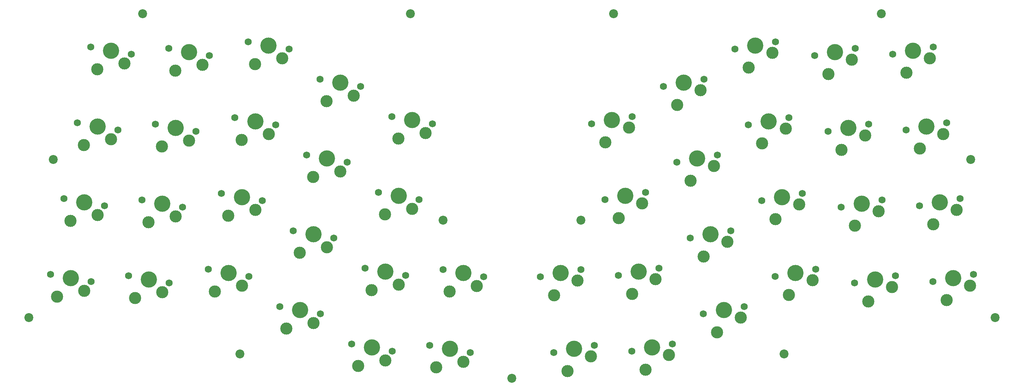
<source format=gbr>
%TF.GenerationSoftware,KiCad,Pcbnew,(5.1.10)-1*%
%TF.CreationDate,2021-09-29T15:51:44-06:00*%
%TF.ProjectId,VColMX44,56436f6c-4d58-4343-942e-6b696361645f,rev?*%
%TF.SameCoordinates,Original*%
%TF.FileFunction,Soldermask,Top*%
%TF.FilePolarity,Negative*%
%FSLAX46Y46*%
G04 Gerber Fmt 4.6, Leading zero omitted, Abs format (unit mm)*
G04 Created by KiCad (PCBNEW (5.1.10)-1) date 2021-09-29 15:51:44*
%MOMM*%
%LPD*%
G01*
G04 APERTURE LIST*
%ADD10C,2.200000*%
%ADD11C,3.000000*%
%ADD12C,1.750000*%
%ADD13C,4.000000*%
G04 APERTURE END LIST*
D10*
%TO.C,H13*%
X167000000Y-105000000D03*
%TD*%
%TO.C,H12*%
X133000000Y-105000000D03*
%TD*%
%TO.C,H11*%
X175000000Y-54000000D03*
%TD*%
%TO.C,H10*%
X125000000Y-54000000D03*
%TD*%
%TO.C,H9*%
X241000000Y-54000000D03*
%TD*%
%TO.C,H8*%
X59000000Y-54000000D03*
%TD*%
%TO.C,H7*%
X263000000Y-90000000D03*
%TD*%
%TO.C,H6*%
X37000000Y-90000000D03*
%TD*%
%TO.C,H5*%
X269000000Y-129000000D03*
%TD*%
%TO.C,H4*%
X31000000Y-129000000D03*
%TD*%
%TO.C,H3*%
X217000000Y-138000000D03*
%TD*%
%TO.C,H2*%
X83000000Y-138000000D03*
%TD*%
%TO.C,H1*%
X150000000Y-144000000D03*
%TD*%
D11*
%TO.C,U1*%
X47865908Y-67710508D03*
X54560503Y-66311762D03*
D12*
X46246629Y-62266618D03*
X56252275Y-64030884D03*
D13*
X51249452Y-63148751D03*
%TD*%
D11*
%TO.C,U2*%
X67098200Y-68055400D03*
X73792795Y-66656654D03*
D12*
X65478921Y-62611510D03*
X75484567Y-64375776D03*
D13*
X70481744Y-63493643D03*
%TD*%
%TO.C,U3*%
X90061332Y-61868920D03*
D12*
X95064155Y-62751053D03*
X85058509Y-60986787D03*
D11*
X93372383Y-65031931D03*
X86677788Y-66430677D03*
%TD*%
%TO.C,U4*%
X104347246Y-75638839D03*
X111041841Y-74240093D03*
D12*
X102727967Y-70194949D03*
X112733613Y-71959215D03*
D13*
X107730790Y-71077082D03*
%TD*%
D11*
%TO.C,U5*%
X122016704Y-84847001D03*
X128711299Y-83448255D03*
D12*
X120397425Y-79403111D03*
X130403071Y-81167377D03*
D13*
X125400248Y-80285244D03*
%TD*%
D11*
%TO.C,U6*%
X134650366Y-122614588D03*
X141344961Y-121215842D03*
D12*
X133031087Y-117170698D03*
X143036733Y-118934964D03*
D13*
X138033910Y-118052831D03*
%TD*%
%TO.C,U7*%
X174599752Y-80285244D03*
D12*
X179602575Y-79403111D03*
X169596929Y-81167377D03*
D11*
X178792936Y-82125056D03*
X172980473Y-85729134D03*
%TD*%
%TO.C,U8*%
X190649931Y-76520972D03*
X196462394Y-72916894D03*
D12*
X187266387Y-71959215D03*
X197272033Y-70194949D03*
D13*
X192269210Y-71077082D03*
%TD*%
D11*
%TO.C,U9*%
X208319389Y-67312810D03*
X214131852Y-63708732D03*
D12*
X204935845Y-62751053D03*
X214941491Y-60986787D03*
D13*
X209938668Y-61868920D03*
%TD*%
%TO.C,U10*%
X229518256Y-63493643D03*
D12*
X234521079Y-62611510D03*
X224515433Y-64375776D03*
D11*
X233711440Y-65333455D03*
X227898977Y-68937533D03*
%TD*%
D13*
%TO.C,U11*%
X248750548Y-63148751D03*
D12*
X253753371Y-62266618D03*
X243747725Y-64030884D03*
D11*
X252943732Y-64988563D03*
X247131269Y-68592641D03*
%TD*%
%TO.C,U12*%
X44566593Y-86421856D03*
X51261188Y-85023110D03*
D12*
X42947314Y-80977966D03*
X52952960Y-82742232D03*
D13*
X47950137Y-81860099D03*
%TD*%
D11*
%TO.C,U13*%
X63798884Y-86766748D03*
X70493479Y-85368002D03*
D12*
X62179605Y-81322858D03*
X72185251Y-83087124D03*
D13*
X67182428Y-82204991D03*
%TD*%
%TO.C,U14*%
X86762017Y-80580269D03*
D12*
X91764840Y-81462402D03*
X81759194Y-79698136D03*
D11*
X90073068Y-83743280D03*
X83378473Y-85142026D03*
%TD*%
D13*
%TO.C,U15*%
X104431475Y-89788429D03*
D12*
X109434298Y-90670562D03*
X99428652Y-88906296D03*
D11*
X107742526Y-92951440D03*
X101047931Y-94350186D03*
%TD*%
%TO.C,U16*%
X118717389Y-103558348D03*
X125411984Y-102159602D03*
D12*
X117098110Y-98114458D03*
X127103756Y-99878724D03*
D13*
X122100933Y-98996591D03*
%TD*%
D11*
%TO.C,U17*%
X131351050Y-141325935D03*
X138045645Y-139927189D03*
D12*
X129731771Y-135882045D03*
X139737417Y-137646311D03*
D13*
X134734594Y-136764178D03*
%TD*%
%TO.C,U18*%
X177899067Y-98996591D03*
D12*
X182901890Y-98114458D03*
X172896244Y-99878724D03*
D11*
X182092251Y-100836403D03*
X176279788Y-104440481D03*
%TD*%
%TO.C,U19*%
X193949246Y-95232319D03*
X199761709Y-91628241D03*
D12*
X190565702Y-90670562D03*
X200571348Y-88906296D03*
D13*
X195568525Y-89788429D03*
%TD*%
D11*
%TO.C,U20*%
X211618704Y-86024159D03*
X217431167Y-82420081D03*
D12*
X208235160Y-81462402D03*
X218240806Y-79698136D03*
D13*
X213237983Y-80580269D03*
%TD*%
%TO.C,U21*%
X232817572Y-82204991D03*
D12*
X237820395Y-81322858D03*
X227814749Y-83087124D03*
D11*
X237010756Y-84044803D03*
X231198293Y-87648881D03*
%TD*%
D13*
%TO.C,U22*%
X252049863Y-81860099D03*
D12*
X257052686Y-80977966D03*
X247047040Y-82742232D03*
D11*
X256243047Y-83699911D03*
X250430584Y-87303989D03*
%TD*%
%TO.C,U23*%
X41267277Y-105133203D03*
X47961872Y-103734457D03*
D12*
X39647998Y-99689313D03*
X49653644Y-101453579D03*
D13*
X44650821Y-100571446D03*
%TD*%
D11*
%TO.C,U24*%
X60499567Y-105478095D03*
X67194162Y-104079349D03*
D12*
X58880288Y-100034205D03*
X68885934Y-101798471D03*
D13*
X63883111Y-100916338D03*
%TD*%
D11*
%TO.C,U25*%
X80079157Y-103853372D03*
X86773752Y-102454626D03*
D12*
X78459878Y-98409482D03*
X88465524Y-100173748D03*
D13*
X83462701Y-99291615D03*
%TD*%
D11*
%TO.C,U26*%
X97748615Y-113061534D03*
X104443210Y-111662788D03*
D12*
X96129336Y-107617644D03*
X106134982Y-109381910D03*
D13*
X101132159Y-108499777D03*
%TD*%
%TO.C,U27*%
X118801618Y-117707938D03*
D12*
X123804441Y-118590071D03*
X113798795Y-116825805D03*
D11*
X122112669Y-120870949D03*
X115418074Y-122269695D03*
%TD*%
D13*
%TO.C,U28*%
X161966090Y-118052831D03*
D12*
X166968913Y-117170698D03*
X156963267Y-118934964D03*
D11*
X166159274Y-119892643D03*
X160346811Y-123496721D03*
%TD*%
D13*
%TO.C,U29*%
X181198382Y-117707938D03*
D12*
X186201205Y-116825805D03*
X176195559Y-118590071D03*
D11*
X185391566Y-119547750D03*
X179579103Y-123151828D03*
%TD*%
%TO.C,U30*%
X197248562Y-113943667D03*
X203061025Y-110339589D03*
D12*
X193865018Y-109381910D03*
X203870664Y-107617644D03*
D13*
X198867841Y-108499777D03*
%TD*%
%TO.C,U31*%
X216537299Y-99291615D03*
D12*
X221540122Y-98409482D03*
X211534476Y-100173748D03*
D11*
X220730483Y-101131427D03*
X214918020Y-104735505D03*
%TD*%
D13*
%TO.C,U32*%
X236116889Y-100916338D03*
D12*
X241119712Y-100034205D03*
X231114066Y-101798471D03*
D11*
X240310073Y-102756150D03*
X234497610Y-106360228D03*
%TD*%
D13*
%TO.C,U33*%
X255349179Y-100571446D03*
D12*
X260352002Y-99689313D03*
X250346356Y-101453579D03*
D11*
X259542363Y-102411258D03*
X253729900Y-106015336D03*
%TD*%
D13*
%TO.C,U34*%
X41351506Y-119282793D03*
D12*
X46354329Y-120164926D03*
X36348683Y-118400660D03*
D11*
X44662557Y-122445804D03*
X37967962Y-123844550D03*
%TD*%
D13*
%TO.C,U35*%
X60583798Y-119627685D03*
D12*
X65586621Y-120509818D03*
X55580975Y-118745552D03*
D11*
X63894849Y-122790696D03*
X57200254Y-124189442D03*
%TD*%
%TO.C,U36*%
X76779842Y-122564719D03*
X83474437Y-121165973D03*
D12*
X75160563Y-117120829D03*
X85166209Y-118885095D03*
D13*
X80163386Y-118002962D03*
%TD*%
D11*
%TO.C,U37*%
X94449300Y-131772881D03*
X101143895Y-130374135D03*
D12*
X92830021Y-126328991D03*
X102835667Y-128093257D03*
D13*
X97832844Y-127211124D03*
%TD*%
%TO.C,U38*%
X115502302Y-136419286D03*
D12*
X120505125Y-137301419D03*
X110499479Y-135537153D03*
D11*
X118813353Y-139582297D03*
X112118758Y-140981043D03*
%TD*%
D13*
%TO.C,U39*%
X165265406Y-136764178D03*
D12*
X170268229Y-135882045D03*
X160262583Y-137646311D03*
D11*
X169458590Y-138603990D03*
X163646127Y-142208068D03*
%TD*%
%TO.C,U40*%
X182878419Y-141863176D03*
X188690882Y-138259098D03*
D12*
X179494875Y-137301419D03*
X189500521Y-135537153D03*
D13*
X184497698Y-136419286D03*
%TD*%
D11*
%TO.C,U41*%
X200547877Y-132655014D03*
X206360340Y-129050936D03*
D12*
X197164333Y-128093257D03*
X207169979Y-126328991D03*
D13*
X202167156Y-127211124D03*
%TD*%
%TO.C,U42*%
X219836614Y-118002962D03*
D12*
X224839437Y-117120829D03*
X214833791Y-118885095D03*
D11*
X224029798Y-119842774D03*
X218217335Y-123446852D03*
%TD*%
D13*
%TO.C,U43*%
X239416202Y-119627685D03*
D12*
X244419025Y-118745552D03*
X234413379Y-120509818D03*
D11*
X243609386Y-121467497D03*
X237796923Y-125071575D03*
%TD*%
D13*
%TO.C,U44*%
X258648494Y-119282793D03*
D12*
X263651317Y-118400660D03*
X253645671Y-120164926D03*
D11*
X262841678Y-121122605D03*
X257029215Y-124726683D03*
%TD*%
M02*

</source>
